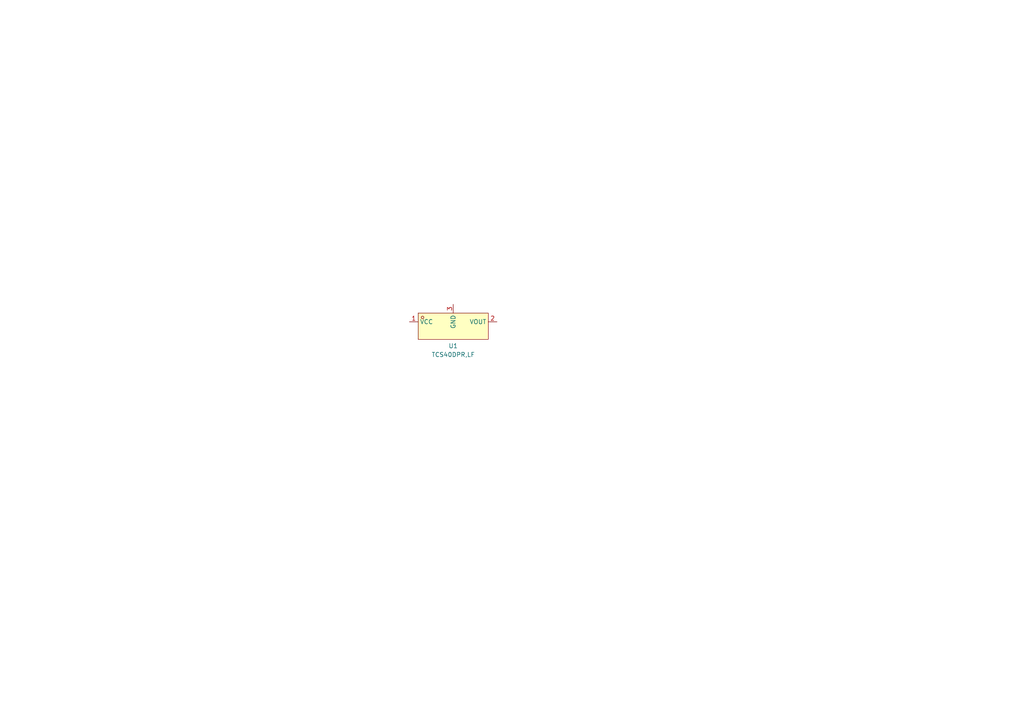
<source format=kicad_sch>
(kicad_sch (version 20231120) (generator "eeschema") (generator_version "8.0")
  (paper "A4")
  (lib_symbols
    (symbol ".kicad_sym:TCS40DPR,LF"
      (property "Reference" "U" (at 0 10.16 0))
      (property "Value" "TCS40DPR,LF" (at 0 -5.08 0))
      (symbol "TCS40DPR,LF_0_1"
        (rectangle (start -10.16 2.54) (end 10.16 -5.08) (fill (type background)))
        (circle (center -8.89 1.27) (radius 0.38))
        (pin unspecified line (at -12.7 0 0) (length 2.54) (name "VCC") (number "1"))
        (pin unspecified line (at 12.7 0 180) (length 2.54) (name "VOUT") (number "2"))
        (pin unspecified line (at 0 5.08 270) (length 2.54) (name "GND") (number "3"))
      )
    )
  )
  (symbol (lib_id ".kicad_sym:TCS40DPR,LF") (at 131.445 93.345 0) (unit 1)
    (property "Reference" "U1" (at 131.445 100.33 0))
    (property "Value" "TCS40DPR,LF" (at 131.445 102.87 0))
    (property "Footprint" ".pretty:SOT-23F_L2.9-W1.8-P0.95-LS2.4-BR" (effects (hide yes)))
    (property "Datasheet" "https://lcsc.com/product-detail/Sensors_TOSHIBA_TCS40DPR-LF_TCS40DPR-LF_C150116.html" (effects (hide yes)))
    (property "LCSC Part" "C150116" (effects (hide yes)))
  )
)
</source>
